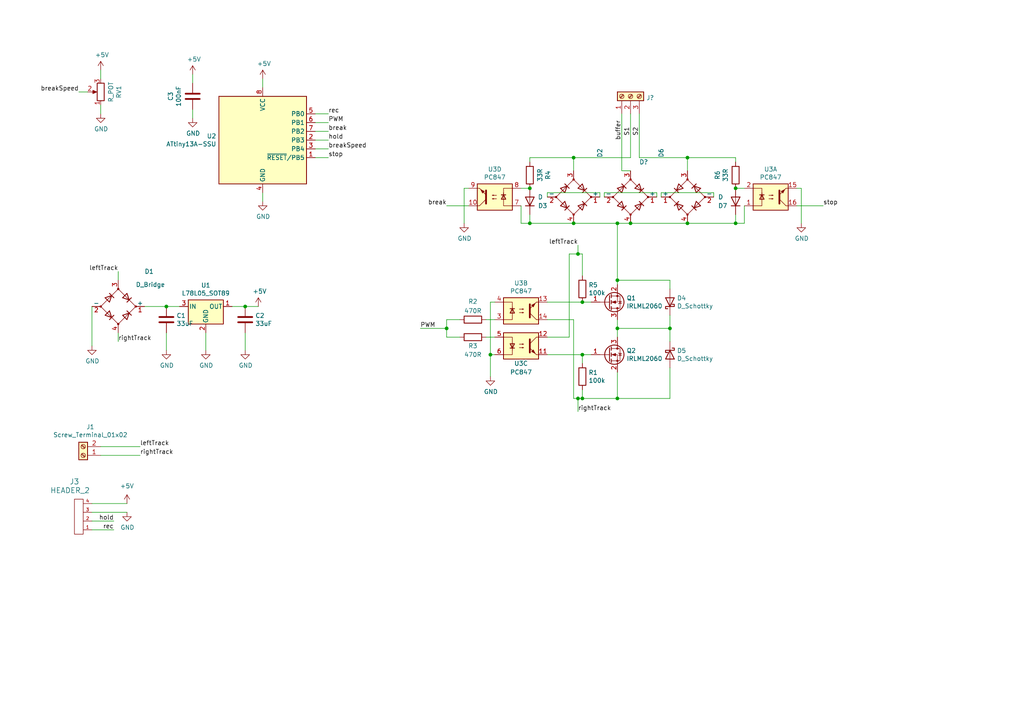
<source format=kicad_sch>
(kicad_sch (version 20211123) (generator eeschema)
  (paper "A4")
  (lib_symbols
    (symbol "Connector:Screw_Terminal_01x02" (pin_names (offset 1.016) hide)
      (property "Reference" "J" (at 0 2.54 0))
      (property "Value" "Screw_Terminal_01x02" (at 0 -5.08 0))
      (symbol "Screw_Terminal_01x02_1_1"
        (rectangle (start -1.27 1.27) (end 1.27 -3.81) (stroke (width 0.254)) (fill (type background)))
        (circle (center 0 -2.54) (radius 0.635) (stroke (width 0.1524)))
        (polyline (pts (xy -0.5334 -2.2098) (xy 0.3302 -3.048)) (stroke (width 0.1524)))
        (polyline (pts (xy -0.5334 0.3302) (xy 0.3302 -0.508)) (stroke (width 0.1524)))
        (polyline (pts (xy -0.3556 -2.032) (xy 0.508 -2.8702)) (stroke (width 0.1524)))
        (polyline (pts (xy -0.3556 0.508) (xy 0.508 -0.3302)) (stroke (width 0.1524)))
        (circle (center 0 0) (radius 0.635) (stroke (width 0.1524)))
        (pin passive line (at -5.08 0 0) (length 3.81) (name "Pin_1") (number "1"))
        (pin passive line (at -5.08 -2.54 0) (length 3.81) (name "Pin_2") (number "2"))
      )
    )
    (symbol "Connector:Screw_Terminal_01x03" (pin_names (offset 1.016) hide)
      (property "Reference" "J" (at 0 5.08 0))
      (property "Value" "Screw_Terminal_01x03" (at 0 -5.08 0))
      (symbol "Screw_Terminal_01x03_1_1"
        (rectangle (start -1.27 3.81) (end 1.27 -3.81) (stroke (width 0.254)) (fill (type background)))
        (circle (center 0 -2.54) (radius 0.635) (stroke (width 0.1524)))
        (polyline (pts (xy -0.5334 -2.2098) (xy 0.3302 -3.048)) (stroke (width 0.1524)))
        (polyline (pts (xy -0.5334 0.3302) (xy 0.3302 -0.508)) (stroke (width 0.1524)))
        (polyline (pts (xy -0.5334 2.8702) (xy 0.3302 2.032)) (stroke (width 0.1524)))
        (polyline (pts (xy -0.3556 -2.032) (xy 0.508 -2.8702)) (stroke (width 0.1524)))
        (polyline (pts (xy -0.3556 0.508) (xy 0.508 -0.3302)) (stroke (width 0.1524)))
        (polyline (pts (xy -0.3556 3.048) (xy 0.508 2.2098)) (stroke (width 0.1524)))
        (circle (center 0 0) (radius 0.635) (stroke (width 0.1524)))
        (circle (center 0 2.54) (radius 0.635) (stroke (width 0.1524)))
        (pin passive line (at -5.08 2.54 0) (length 3.81) (name "Pin_1") (number "1"))
        (pin passive line (at -5.08 0 0) (length 3.81) (name "Pin_2") (number "2"))
        (pin passive line (at -5.08 -2.54 0) (length 3.81) (name "Pin_3") (number "3"))
      )
    )
    (symbol "Device:C" (pin_numbers hide) (pin_names (offset 0.254))
      (property "Reference" "C" (at 0.635 2.54 0))
      (property "Value" "C" (at 0.635 -2.54 0))
      (symbol "C_0_1"
        (polyline (pts (xy -2.032 -0.762) (xy 2.032 -0.762)) (stroke (width 0.508)))
        (polyline (pts (xy -2.032 0.762) (xy 2.032 0.762)) (stroke (width 0.508)))
      )
      (symbol "C_1_1"
        (pin passive line (at 0 3.81 270) (length 2.794) (name "~") (number "1"))
        (pin passive line (at 0 -3.81 90) (length 2.794) (name "~") (number "2"))
      )
    )
    (symbol "Device:D" (pin_numbers hide) (pin_names (offset 1.016) hide)
      (property "Reference" "D" (at 0 2.54 0))
      (property "Value" "D" (at 0 -2.54 0))
      (symbol "D_0_1"
        (polyline (pts (xy -1.27 1.27) (xy -1.27 -1.27)) (stroke (width 0.254)))
        (polyline (pts (xy 1.27 0) (xy -1.27 0)))
        (polyline (pts (xy 1.27 1.27) (xy 1.27 -1.27) (xy -1.27 0) (xy 1.27 1.27)) (stroke (width 0.254)))
      )
      (symbol "D_1_1"
        (pin passive line (at -3.81 0 0) (length 2.54) (name "K") (number "1"))
        (pin passive line (at 3.81 0 180) (length 2.54) (name "A") (number "2"))
      )
    )
    (symbol "Device:D_Bridge_+-AA" (pin_names (offset 0))
      (property "Reference" "D" (at 2.54 6.985 0))
      (property "Value" "D_Bridge_+-AA" (at 2.54 5.08 0))
      (symbol "D_Bridge_+-AA_0_1"
        (circle (center -5.08 0) (radius 0.254) (fill (type outline)))
        (circle (center 0 -5.08) (radius 0.254) (fill (type outline)))
        (polyline (pts (xy -2.54 3.81) (xy -1.27 2.54)) (stroke (width 0.254)))
        (polyline (pts (xy -1.27 -2.54) (xy -2.54 -3.81)) (stroke (width 0.254)))
        (polyline (pts (xy 2.54 -1.27) (xy 3.81 -2.54)) (stroke (width 0.254)))
        (polyline (pts (xy 2.54 1.27) (xy 3.81 2.54)) (stroke (width 0.254)))
        (polyline (pts (xy -3.81 2.54) (xy -2.54 1.27) (xy -1.905 3.175) (xy -3.81 2.54)) (stroke (width 0.254)))
        (polyline (pts (xy -2.54 -1.27) (xy -3.81 -2.54) (xy -1.905 -3.175) (xy -2.54 -1.27)) (stroke (width 0.254)))
        (polyline (pts (xy 1.27 2.54) (xy 2.54 3.81) (xy 3.175 1.905) (xy 1.27 2.54)) (stroke (width 0.254)))
        (polyline (pts (xy 3.175 -1.905) (xy 1.27 -2.54) (xy 2.54 -3.81) (xy 3.175 -1.905)) (stroke (width 0.254)))
        (polyline (pts (xy -5.08 0) (xy 0 -5.08) (xy 5.08 0) (xy 0 5.08) (xy -5.08 0)))
        (circle (center 0 5.08) (radius 0.254) (fill (type outline)))
        (circle (center 5.08 0) (radius 0.254) (fill (type outline)))
      )
      (symbol "D_Bridge_+-AA_1_1"
        (pin passive line (at 7.62 0 180) (length 2.54) (name "+") (number "1"))
        (pin passive line (at -7.62 0 0) (length 2.54) (name "-") (number "2"))
        (pin passive line (at 0 7.62 270) (length 2.54) (name "~") (number "3"))
        (pin passive line (at 0 -7.62 90) (length 2.54) (name "~") (number "4"))
      )
    )
    (symbol "Device:D_Schottky" (pin_numbers hide) (pin_names (offset 1.016) hide)
      (property "Reference" "D" (at 0 2.54 0))
      (property "Value" "D_Schottky" (at 0 -2.54 0))
      (symbol "D_Schottky_0_1"
        (polyline (pts (xy 1.27 0) (xy -1.27 0)))
        (polyline (pts (xy 1.27 1.27) (xy 1.27 -1.27) (xy -1.27 0) (xy 1.27 1.27)) (stroke (width 0.254)))
        (polyline (pts (xy -1.905 0.635) (xy -1.905 1.27) (xy -1.27 1.27) (xy -1.27 -1.27) (xy -0.635 -1.27) (xy -0.635 -0.635)) (stroke (width 0.254)))
      )
      (symbol "D_Schottky_1_1"
        (pin passive line (at -3.81 0 0) (length 2.54) (name "K") (number "1"))
        (pin passive line (at 3.81 0 180) (length 2.54) (name "A") (number "2"))
      )
    )
    (symbol "Device:R" (pin_numbers hide) (pin_names (offset 0))
      (property "Reference" "R" (at 2.032 0 90))
      (property "Value" "R" (at 0 0 90))
      (symbol "R_0_1"
        (rectangle (start -1.016 -2.54) (end 1.016 2.54) (stroke (width 0.254)))
      )
      (symbol "R_1_1"
        (pin passive line (at 0 3.81 270) (length 1.27) (name "~") (number "1"))
        (pin passive line (at 0 -3.81 90) (length 1.27) (name "~") (number "2"))
      )
    )
    (symbol "Device:R_POT" (pin_names (offset 1.016) hide)
      (property "Reference" "RV" (at -4.445 0 90))
      (property "Value" "Device_R_POT" (at -2.54 0 90))
      (symbol "R_POT_0_1"
        (polyline (pts (xy 2.54 0) (xy 1.524 0)))
        (polyline (pts (xy 1.143 0) (xy 2.286 0.508) (xy 2.286 -0.508) (xy 1.143 0)) (fill (type outline)))
        (rectangle (start 1.016 2.54) (end -1.016 -2.54) (stroke (width 0.254)))
      )
      (symbol "R_POT_1_1"
        (pin passive line (at 0 3.81 270) (length 1.27) (name "1") (number "1"))
        (pin passive line (at 3.81 0 180) (length 1.27) (name "2") (number "2"))
        (pin passive line (at 0 -3.81 90) (length 1.27) (name "3") (number "3"))
      )
    )
    (symbol "Isolator:PC847" (pin_names (offset 1.016))
      (property "Reference" "U" (at -5.08 5.08 0))
      (property "Value" "PC847" (at 0 5.08 0))
      (symbol "PC847_0_1"
        (rectangle (start -5.08 3.81) (end 5.08 -3.81) (stroke (width 0.254)) (fill (type background)))
        (polyline (pts (xy -3.175 -0.635) (xy -1.905 -0.635)) (stroke (width 0.254)))
        (polyline (pts (xy 2.54 0.635) (xy 4.445 2.54)))
        (polyline (pts (xy 4.445 -2.54) (xy 2.54 -0.635)) (fill (type outline)))
        (polyline (pts (xy 4.445 -2.54) (xy 5.08 -2.54)))
        (polyline (pts (xy 4.445 2.54) (xy 5.08 2.54)))
        (polyline (pts (xy -2.54 -0.635) (xy -2.54 -2.54) (xy -5.08 -2.54)))
        (polyline (pts (xy 2.54 1.905) (xy 2.54 -1.905) (xy 2.54 -1.905)) (stroke (width 0.508)))
        (polyline (pts (xy -5.08 2.54) (xy -2.54 2.54) (xy -2.54 -1.27) (xy -2.54 0.635)))
        (polyline (pts (xy -2.54 -0.635) (xy -3.175 0.635) (xy -1.905 0.635) (xy -2.54 -0.635)) (stroke (width 0.254)))
        (polyline (pts (xy -0.508 -0.508) (xy 0.762 -0.508) (xy 0.381 -0.635) (xy 0.381 -0.381) (xy 0.762 -0.508)))
        (polyline (pts (xy -0.508 0.508) (xy 0.762 0.508) (xy 0.381 0.381) (xy 0.381 0.635) (xy 0.762 0.508)))
        (polyline (pts (xy 3.048 -1.651) (xy 3.556 -1.143) (xy 4.064 -2.159) (xy 3.048 -1.651) (xy 3.048 -1.651)) (fill (type outline)))
      )
      (symbol "PC847_1_1"
        (pin passive line (at -7.62 2.54 0) (length 2.54) (name "~") (number "1"))
        (pin passive line (at 7.62 -2.54 180) (length 2.54) (name "~") (number "15"))
        (pin passive line (at 7.62 2.54 180) (length 2.54) (name "~") (number "16"))
        (pin passive line (at -7.62 -2.54 0) (length 2.54) (name "~") (number "2"))
      )
      (symbol "PC847_2_1"
        (pin passive line (at 7.62 -2.54 180) (length 2.54) (name "~") (number "13"))
        (pin passive line (at 7.62 2.54 180) (length 2.54) (name "~") (number "14"))
        (pin passive line (at -7.62 2.54 0) (length 2.54) (name "~") (number "3"))
        (pin passive line (at -7.62 -2.54 0) (length 2.54) (name "~") (number "4"))
      )
      (symbol "PC847_3_1"
        (pin passive line (at 7.62 -2.54 180) (length 2.54) (name "~") (number "11"))
        (pin passive line (at 7.62 2.54 180) (length 2.54) (name "~") (number "12"))
        (pin passive line (at -7.62 2.54 0) (length 2.54) (name "~") (number "5"))
        (pin passive line (at -7.62 -2.54 0) (length 2.54) (name "~") (number "6"))
      )
      (symbol "PC847_4_1"
        (pin passive line (at 7.62 2.54 180) (length 2.54) (name "~") (number "10"))
        (pin passive line (at -7.62 2.54 0) (length 2.54) (name "~") (number "7"))
        (pin passive line (at -7.62 -2.54 0) (length 2.54) (name "~") (number "8"))
        (pin passive line (at 7.62 -2.54 180) (length 2.54) (name "~") (number "9"))
      )
    )
    (symbol "MCU_Microchip_ATtiny:ATtiny13A-SSU"
      (property "Reference" "U" (at -12.7 13.97 0))
      (property "Value" "MCU_Microchip_ATtiny_ATtiny13A-SSU" (at 2.54 -13.97 0))
      (symbol "ATtiny13A-SSU_0_1"
        (rectangle (start -12.7 -12.7) (end 12.7 12.7) (stroke (width 0.254)) (fill (type background)))
      )
      (symbol "ATtiny13A-SSU_1_1"
        (pin bidirectional line (at 15.24 -5.08 180) (length 2.54) (name "~{RESET}/PB5") (number "1"))
        (pin bidirectional line (at 15.24 0 180) (length 2.54) (name "PB3") (number "2"))
        (pin bidirectional line (at 15.24 -2.54 180) (length 2.54) (name "PB4") (number "3"))
        (pin power_in line (at 0 -15.24 90) (length 2.54) (name "GND") (number "4"))
        (pin bidirectional line (at 15.24 7.62 180) (length 2.54) (name "PB0") (number "5"))
        (pin bidirectional line (at 15.24 5.08 180) (length 2.54) (name "PB1") (number "6"))
        (pin bidirectional line (at 15.24 2.54 180) (length 2.54) (name "PB2") (number "7"))
        (pin power_in line (at 0 15.24 270) (length 2.54) (name "VCC") (number "8"))
      )
    )
    (symbol "Regulator_Linear:L78L05_SOT89" (pin_names (offset 0.254))
      (property "Reference" "U" (at -3.81 3.175 0))
      (property "Value" "L78L05_SOT89" (at -0.635 3.175 0))
      (symbol "L78L05_SOT89_0_1"
        (rectangle (start -5.08 1.905) (end 5.08 -5.08) (stroke (width 0.254)) (fill (type background)))
      )
      (symbol "L78L05_SOT89_1_1"
        (pin power_out line (at 7.62 0 180) (length 2.54) (name "OUT") (number "1"))
        (pin power_in line (at 0 -7.62 90) (length 2.54) (name "GND") (number "2"))
        (pin power_in line (at -7.62 0 0) (length 2.54) (name "IN") (number "3"))
      )
    )
    (symbol "Transistor_FET:IRLML2060" (pin_names hide)
      (property "Reference" "Q" (at 5.08 1.905 0))
      (property "Value" "IRLML2060" (at 5.08 0 0))
      (symbol "IRLML2060_0_1"
        (polyline (pts (xy 0.254 0) (xy -2.54 0)))
        (polyline (pts (xy 0.254 1.905) (xy 0.254 -1.905)) (stroke (width 0.254)))
        (polyline (pts (xy 0.762 -1.27) (xy 0.762 -2.286)) (stroke (width 0.254)))
        (polyline (pts (xy 0.762 0.508) (xy 0.762 -0.508)) (stroke (width 0.254)))
        (polyline (pts (xy 0.762 2.286) (xy 0.762 1.27)) (stroke (width 0.254)))
        (polyline (pts (xy 2.54 2.54) (xy 2.54 1.778)))
        (polyline (pts (xy 2.54 -2.54) (xy 2.54 0) (xy 0.762 0)))
        (polyline (pts (xy 0.762 -1.778) (xy 3.302 -1.778) (xy 3.302 1.778) (xy 0.762 1.778)))
        (polyline (pts (xy 1.016 0) (xy 2.032 0.381) (xy 2.032 -0.381) (xy 1.016 0)) (fill (type outline)))
        (polyline (pts (xy 2.794 0.508) (xy 2.921 0.381) (xy 3.683 0.381) (xy 3.81 0.254)))
        (polyline (pts (xy 3.302 0.381) (xy 2.921 -0.254) (xy 3.683 -0.254) (xy 3.302 0.381)))
        (circle (center 1.651 0) (radius 2.794) (stroke (width 0.254)))
        (circle (center 2.54 -1.778) (radius 0.254) (fill (type outline)))
        (circle (center 2.54 1.778) (radius 0.254) (fill (type outline)))
      )
      (symbol "IRLML2060_1_1"
        (pin input line (at -5.08 0 0) (length 2.54) (name "G") (number "1"))
        (pin passive line (at 2.54 -5.08 90) (length 2.54) (name "S") (number "2"))
        (pin passive line (at 2.54 5.08 270) (length 2.54) (name "D") (number "3"))
      )
    )
    (symbol "power:+5V" (power) (pin_names (offset 0))
      (property "Value" "+5V" (at 0 3.556 0))
      (symbol "+5V_0_1"
        (polyline (pts (xy -0.762 1.27) (xy 0 2.54)))
        (polyline (pts (xy 0 0) (xy 0 2.54)))
        (polyline (pts (xy 0 2.54) (xy 0.762 1.27)))
      )
      (symbol "+5V_1_1"
        (pin power_in line (at 0 0 90) (length 0) hide (name "+5V") (number "1"))
      )
    )
    (symbol "power:GND" (power) (pin_names (offset 0))
      (property "Value" "GND" (at 0 -3.81 0))
      (symbol "GND_0_1"
        (polyline (pts (xy 0 0) (xy 0 -1.27) (xy 1.27 -1.27) (xy 0 -2.54) (xy -1.27 -1.27) (xy 0 -1.27)))
      )
      (symbol "GND_1_1"
        (pin power_in line (at 0 0 270) (length 0) hide (name "GND") (number "1"))
      )
    )
    (symbol "w_connectors:HEADER_4" (pin_names (offset 0))
      (property "Reference" "J" (at 0 6.35 0))
      (property "Value" "w_connectors_HEADER_4" (at 0 -6.35 0))
      (symbol "HEADER_4_0_1"
        (rectangle (start 2.54 5.08) (end 0 -5.08))
      )
      (symbol "HEADER_4_1_1"
        (pin passive line (at -2.54 3.81 0) (length 2.54) (name "~") (number "1"))
        (pin passive line (at -2.54 1.27 0) (length 2.54) (name "~") (number "2"))
        (pin passive line (at -2.54 -1.27 0) (length 2.54) (name "~") (number "3"))
        (pin passive line (at -2.54 -3.81 0) (length 2.54) (name "~") (number "4"))
      )
    )
  )
  (junction (at 167.64 73.66))
  (junction (at 142.24 102.87))
  (junction (at 179.07 95.25))
  (junction (at 182.88 64.77))
  (junction (at 179.07 115.57))
  (junction (at 194.31 95.25))
  (junction (at 48.26 88.9))
  (junction (at 153.67 64.77))
  (junction (at 199.39 64.77))
  (junction (at 167.64 115.57))
  (junction (at 179.07 64.77))
  (junction (at 168.91 115.57))
  (junction (at 213.36 54.61))
  (junction (at 179.07 81.28))
  (junction (at 129.54 95.25))
  (junction (at 168.91 87.63))
  (junction (at 168.91 102.87))
  (junction (at 166.37 64.77))
  (junction (at 199.39 45.72))
  (junction (at 213.36 64.77))
  (junction (at 153.67 54.61))
  (junction (at 166.37 45.72))
  (junction (at 71.12 88.9))
  (wire (pts (xy 168.91 113.03) (xy 168.91 115.57)))
  (wire (pts (xy 207.01 57.15) (xy 207.01 55.88)))
  (wire (pts (xy 142.24 109.22) (xy 142.24 102.87)))
  (wire (pts (xy 179.07 92.71) (xy 179.07 95.25)))
  (wire (pts (xy 91.44 35.56) (xy 95.25 35.56)))
  (wire (pts (xy 213.36 54.61) (xy 215.9 54.61)))
  (wire (pts (xy 166.37 64.77) (xy 179.07 64.77)))
  (wire (pts (xy 179.07 115.57) (xy 194.31 115.57)))
  (wire (pts (xy 182.88 49.53) (xy 180.34 49.53)))
  (wire (pts (xy 167.64 73.66) (xy 168.91 73.66)))
  (wire (pts (xy 158.75 97.79) (xy 165.1 97.79)))
  (wire (pts (xy 26.67 153.67) (xy 33.02 153.67)))
  (wire (pts (xy 179.07 81.28) (xy 194.31 81.28)))
  (wire (pts (xy 142.24 102.87) (xy 143.51 102.87)))
  (wire (pts (xy 59.69 96.52) (xy 59.69 101.6)))
  (wire (pts (xy 48.26 88.9) (xy 41.91 88.9)))
  (wire (pts (xy 180.34 49.53) (xy 180.34 33.02)))
  (wire (pts (xy 168.91 73.66) (xy 168.91 80.01)))
  (wire (pts (xy 29.21 129.54) (xy 40.64 129.54)))
  (wire (pts (xy 34.29 99.06) (xy 34.29 96.52)))
  (wire (pts (xy 158.75 57.15) (xy 158.75 55.88)))
  (wire (pts (xy 91.44 40.64) (xy 95.25 40.64)))
  (wire (pts (xy 143.51 92.71) (xy 140.97 92.71)))
  (wire (pts (xy 165.1 73.66) (xy 167.64 73.66)))
  (wire (pts (xy 166.37 45.72) (xy 166.37 49.53)))
  (wire (pts (xy 67.31 88.9) (xy 71.12 88.9)))
  (wire (pts (xy 26.67 151.13) (xy 33.02 151.13)))
  (wire (pts (xy 166.37 115.57) (xy 167.64 115.57)))
  (wire (pts (xy 153.67 45.72) (xy 166.37 45.72)))
  (wire (pts (xy 134.62 54.61) (xy 135.89 54.61)))
  (wire (pts (xy 194.31 95.25) (xy 194.31 99.06)))
  (wire (pts (xy 166.37 45.72) (xy 182.88 45.72)))
  (wire (pts (xy 34.29 81.28) (xy 34.29 78.74)))
  (wire (pts (xy 40.64 132.08) (xy 29.21 132.08)))
  (wire (pts (xy 173.99 55.88) (xy 158.75 55.88)))
  (wire (pts (xy 179.07 81.28) (xy 179.07 82.55)))
  (wire (pts (xy 76.2 25.4) (xy 76.2 22.86)))
  (wire (pts (xy 171.45 102.87) (xy 168.91 102.87)))
  (wire (pts (xy 48.26 96.52) (xy 48.26 101.6)))
  (wire (pts (xy 185.42 45.72) (xy 199.39 45.72)))
  (wire (pts (xy 26.67 88.9) (xy 26.67 100.33)))
  (wire (pts (xy 168.91 115.57) (xy 179.07 115.57)))
  (wire (pts (xy 171.45 87.63) (xy 168.91 87.63)))
  (wire (pts (xy 215.9 59.69) (xy 215.9 64.77)))
  (wire (pts (xy 133.35 97.79) (xy 129.54 97.79)))
  (wire (pts (xy 168.91 102.87) (xy 168.91 105.41)))
  (wire (pts (xy 168.91 102.87) (xy 158.75 102.87)))
  (wire (pts (xy 55.88 24.13) (xy 55.88 21.59)))
  (wire (pts (xy 29.21 30.48) (xy 29.21 33.02)))
  (wire (pts (xy 182.88 64.77) (xy 199.39 64.77)))
  (wire (pts (xy 231.14 59.69) (xy 238.76 59.69)))
  (wire (pts (xy 191.77 55.88) (xy 207.01 55.88)))
  (wire (pts (xy 36.83 146.05) (xy 26.67 146.05)))
  (wire (pts (xy 194.31 106.68) (xy 194.31 115.57)))
  (wire (pts (xy 194.31 83.82) (xy 194.31 81.28)))
  (wire (pts (xy 232.41 54.61) (xy 231.14 54.61)))
  (wire (pts (xy 167.64 115.57) (xy 167.64 119.38)))
  (wire (pts (xy 191.77 57.15) (xy 191.77 55.88)))
  (wire (pts (xy 179.07 64.77) (xy 182.88 64.77)))
  (wire (pts (xy 129.54 95.25) (xy 121.92 95.25)))
  (wire (pts (xy 179.07 107.95) (xy 179.07 115.57)))
  (wire (pts (xy 153.67 64.77) (xy 151.13 64.77)))
  (wire (pts (xy 76.2 55.88) (xy 76.2 58.42)))
  (wire (pts (xy 52.07 88.9) (xy 48.26 88.9)))
  (wire (pts (xy 151.13 59.69) (xy 151.13 64.77)))
  (wire (pts (xy 179.07 95.25) (xy 179.07 97.79)))
  (wire (pts (xy 213.36 45.72) (xy 213.36 46.99)))
  (wire (pts (xy 179.07 64.77) (xy 179.07 81.28)))
  (wire (pts (xy 213.36 64.77) (xy 215.9 64.77)))
  (wire (pts (xy 153.67 45.72) (xy 153.67 46.99)))
  (wire (pts (xy 143.51 87.63) (xy 142.24 87.63)))
  (wire (pts (xy 167.64 73.66) (xy 167.64 71.12)))
  (wire (pts (xy 91.44 43.18) (xy 95.25 43.18)))
  (wire (pts (xy 91.44 33.02) (xy 95.25 33.02)))
  (wire (pts (xy 91.44 45.72) (xy 95.25 45.72)))
  (wire (pts (xy 153.67 64.77) (xy 166.37 64.77)))
  (wire (pts (xy 153.67 62.23) (xy 153.67 64.77)))
  (wire (pts (xy 199.39 64.77) (xy 213.36 64.77)))
  (wire (pts (xy 71.12 88.9) (xy 74.93 88.9)))
  (wire (pts (xy 182.88 33.02) (xy 182.88 45.72)))
  (wire (pts (xy 194.31 95.25) (xy 179.07 95.25)))
  (wire (pts (xy 199.39 45.72) (xy 213.36 45.72)))
  (wire (pts (xy 175.26 57.15) (xy 175.26 55.88)))
  (wire (pts (xy 142.24 87.63) (xy 142.24 102.87)))
  (wire (pts (xy 167.64 115.57) (xy 168.91 115.57)))
  (wire (pts (xy 173.99 57.15) (xy 173.99 55.88)))
  (wire (pts (xy 190.5 55.88) (xy 175.26 55.88)))
  (wire (pts (xy 129.54 92.71) (xy 133.35 92.71)))
  (wire (pts (xy 166.37 92.71) (xy 166.37 115.57)))
  (wire (pts (xy 55.88 34.29) (xy 55.88 31.75)))
  (wire (pts (xy 194.31 91.44) (xy 194.31 95.25)))
  (wire (pts (xy 190.5 57.15) (xy 190.5 55.88)))
  (wire (pts (xy 71.12 96.52) (xy 71.12 101.6)))
  (wire (pts (xy 158.75 92.71) (xy 166.37 92.71)))
  (wire (pts (xy 29.21 20.32) (xy 29.21 22.86)))
  (wire (pts (xy 129.54 95.25) (xy 129.54 92.71)))
  (wire (pts (xy 135.89 59.69) (xy 129.54 59.69)))
  (wire (pts (xy 185.42 45.72) (xy 185.42 33.02)))
  (wire (pts (xy 129.54 97.79) (xy 129.54 95.25)))
  (wire (pts (xy 26.67 148.59) (xy 36.83 148.59)))
  (wire (pts (xy 158.75 87.63) (xy 168.91 87.63)))
  (wire (pts (xy 213.36 62.23) (xy 213.36 64.77)))
  (wire (pts (xy 199.39 45.72) (xy 199.39 49.53)))
  (wire (pts (xy 134.62 54.61) (xy 134.62 64.77)))
  (wire (pts (xy 91.44 38.1) (xy 95.25 38.1)))
  (wire (pts (xy 165.1 97.79) (xy 165.1 73.66)))
  (wire (pts (xy 232.41 54.61) (xy 232.41 64.77)))
  (wire (pts (xy 25.4 26.67) (xy 22.86 26.67)))
  (wire (pts (xy 143.51 97.79) (xy 140.97 97.79)))
  (wire (pts (xy 153.67 54.61) (xy 151.13 54.61)))
  (label "rec" (at 33.02 153.67 180))
  (label "hold" (at 33.02 151.13 180))
  (label "rightTrack" (at 167.64 119.38 0))
  (label "leftTrack" (at 40.64 129.54 0))
  (label "PWM" (at 121.92 95.25 0))
  (label "hold" (at 95.25 40.64 0))
  (label "stop" (at 95.25 45.72 0))
  (label "stop" (at 238.76 59.69 0))
  (label "break" (at 95.25 38.1 0))
  (label "rightTrack" (at 34.29 99.06 0))
  (label "breakSpeed" (at 22.86 26.67 180))
  (label "PWM" (at 95.25 35.56 0))
  (label "S1" (at 182.88 39.37 90))
  (label "leftTrack" (at 167.64 71.12 180))
  (label "leftTrack" (at 34.29 78.74 180))
  (label "buffer" (at 180.34 40.64 90))
  (label "break" (at 129.54 59.69 180))
  (label "rec" (at 95.25 33.02 0))
  (label "S2" (at 185.42 39.37 90))
  (label "rightTrack" (at 40.64 132.08 0))
  (label "breakSpeed" (at 95.25 43.18 0))
  (symbol (lib_id "Device:D_Bridge_+-AA") (at 34.29 88.9 0) (unit 1)
    (property "Reference" "D1" (at 41.91 78.74 0) (effects (justify left)))
    (property "Value" "D_Bridge" (at 39.37 82.55 0) (effects (justify left)))
    (property "Footprint" "Package_TO_SOT_SMD:TO-269AA" (effects hide))
  )
  (symbol (lib_id "Device:R") (at 137.16 92.71 90) (unit 1)
    (property "Reference" "R2" (at 137.16 87.4522 90))
    (property "Value" "470R" (at 137.16 90.17 90))
    (property "Footprint" "Resistor_SMD:R_0805_2012Metric_Pad1.15x1.40mm_HandSolder" (effects hide))
  )
  (symbol (lib_id "Device:R") (at 137.16 97.79 90) (unit 1)
    (property "Reference" "R3" (at 137.16 100.33 90))
    (property "Value" "470R" (at 137.16 102.87 90))
    (property "Footprint" "Resistor_SMD:R_0805_2012Metric_Pad1.15x1.40mm_HandSolder" (effects hide))
  )
  (symbol (lib_id "Device:D") (at 153.67 58.42 90) (unit 1)
    (property "Reference" "D3" (at 158.75 59.69 90) (effects (justify left)))
    (property "Value" "D" (at 157.48 57.15 90) (effects (justify left)))
    (property "Footprint" "Diode_SMD:D_0805_2012Metric" (effects hide))
  )
  (symbol (lib_id "Device:R") (at 153.67 50.8 0) (mirror x) (unit 1)
    (property "Reference" "R4" (at 158.9278 50.8 90))
    (property "Value" "33R" (at 156.6164 50.8 90))
    (property "Footprint" "Resistor_SMD:R_0805_2012Metric_Pad1.15x1.40mm_HandSolder" (effects hide))
  )
  (symbol (lib_id "Device:R_POT") (at 29.21 26.67 180) (unit 1)
    (property "Reference" "RV1" (at 34.4678 26.67 90))
    (property "Value" "R_POT" (at 32.1564 26.67 90))
    (property "Footprint" "Potentiometer_SMD:Potentiometer_Bourns_TC33X_Vertical" (effects hide))
  )
  (symbol (lib_id "power:+5V") (at 29.21 20.32 0) (unit 1)
    (property "Reference" "#PWR0102" (effects hide))
    (property "Value" "+5V" (at 29.591 15.9258 0))
  )
  (symbol (lib_id "power:GND") (at 29.21 33.02 0) (unit 1)
    (property "Reference" "#PWR0103" (effects hide))
    (property "Value" "GND" (at 29.337 37.4142 0))
  )
  (symbol (lib_id "power:+5V") (at 76.2 22.86 0) (unit 1)
    (property "Reference" "#PWR0104" (effects hide))
    (property "Value" "+5V" (at 76.581 18.4658 0))
  )
  (symbol (lib_id "Device:C") (at 48.26 92.71 0) (unit 1)
    (property "Reference" "C1" (at 51.181 91.5416 0) (effects (justify left)))
    (property "Value" "33uF" (at 51.181 93.853 0) (effects (justify left)))
    (property "Footprint" "Capacitor_SMD:C_Elec_5x5.4" (effects hide))
  )
  (symbol (lib_id "Device:C") (at 71.12 92.71 0) (unit 1)
    (property "Reference" "C2" (at 74.041 91.5416 0) (effects (justify left)))
    (property "Value" "33uF" (at 74.041 93.853 0) (effects (justify left)))
    (property "Footprint" "Capacitor_SMD:C_Elec_5x5.4" (effects hide))
  )
  (symbol (lib_id "Transistor_FET:IRLML2060") (at 176.53 87.63 0) (mirror x) (unit 1)
    (property "Reference" "Q1" (at 181.7116 86.4616 0) (effects (justify left)))
    (property "Value" "IRLML2060" (at 181.7116 88.773 0) (effects (justify left)))
    (property "Footprint" "Package_TO_SOT_SMD:SOT-23" (effects hide))
    (property "Datasheet" "https://www.infineon.com/dgdl/irlml2060pbf.pdf?fileId=5546d462533600a401535664b7fb25ee" (effects hide))
  )
  (symbol (lib_id "Device:R") (at 168.91 83.82 0) (unit 1)
    (property "Reference" "R5" (at 170.688 82.6516 0) (effects (justify left)))
    (property "Value" "100k" (at 170.688 84.963 0) (effects (justify left)))
    (property "Footprint" "Resistor_SMD:R_0805_2012Metric_Pad1.15x1.40mm_HandSolder" (effects hide))
  )
  (symbol (lib_id "Transistor_FET:IRLML2060") (at 176.53 102.87 0) (unit 1)
    (property "Reference" "Q2" (at 181.7116 101.7016 0) (effects (justify left)))
    (property "Value" "IRLML2060" (at 181.7116 104.013 0) (effects (justify left)))
    (property "Footprint" "Package_TO_SOT_SMD:SOT-23" (effects hide))
    (property "Datasheet" "https://www.infineon.com/dgdl/irlml2060pbf.pdf?fileId=5546d462533600a401535664b7fb25ee" (effects hide))
  )
  (symbol (lib_id "w_connectors:HEADER_4") (at 24.13 149.86 180) (unit 1)
    (property "Reference" "J3" (at 21.59 139.7 0) (effects (font (size 1.524 1.524))))
    (property "Value" "HEADER_2" (at 20.32 142.24 0) (effects (font (size 1.524 1.524))))
    (property "Footprint" "Connector_PinHeader_2.54mm:PinHeader_1x04_P2.54mm_Horizontal" (effects hide))
  )
  (symbol (lib_id "Device:D_Schottky") (at 194.31 87.63 90) (unit 1)
    (property "Reference" "D4" (at 196.342 86.4616 90) (effects (justify right)))
    (property "Value" "D_Schottky" (at 196.342 88.773 90) (effects (justify right)))
    (property "Footprint" "Diode_SMD:D_0805_2012Metric" (effects hide))
  )
  (symbol (lib_id "Device:D_Schottky") (at 194.31 102.87 270) (unit 1)
    (property "Reference" "D5" (at 196.342 101.7016 90) (effects (justify left)))
    (property "Value" "D_Schottky" (at 196.342 104.013 90) (effects (justify left)))
    (property "Footprint" "Diode_SMD:D_0805_2012Metric" (effects hide))
  )
  (symbol (lib_id "Connector:Screw_Terminal_01x02") (at 24.13 132.08 180) (unit 1)
    (property "Reference" "J1" (at 26.2128 123.825 0))
    (property "Value" "Screw_Terminal_01x02" (at 26.2128 126.1364 0))
    (property "Footprint" "TerminalBlock:TerminalBlock_bornier-2_P5.08mm" (effects hide))
  )
  (symbol (lib_id "MCU_Microchip_ATtiny:ATtiny13A-SSU") (at 76.2 40.64 0) (unit 1)
    (property "Reference" "U2" (at 62.738 39.4716 0) (effects (justify right)))
    (property "Value" "ATtiny13A-SSU" (at 62.738 41.783 0) (effects (justify right)))
    (property "Footprint" "Package_SO:SOIC-8_3.9x4.9mm_P1.27mm" (effects hide))
    (property "Datasheet" "http://ww1.microchip.com/downloads/en/DeviceDoc/doc8126.pdf" (effects hide))
  )
  (symbol (lib_id "Device:C") (at 55.88 27.94 180) (unit 1)
    (property "Reference" "C3" (at 49.4792 27.94 90))
    (property "Value" "100nF" (at 51.7906 27.94 90))
    (property "Footprint" "Capacitor_SMD:C_0805_2012Metric" (effects hide))
  )
  (symbol (lib_id "power:+5V") (at 36.83 146.05 0) (unit 1)
    (property "Reference" "#PWR0105" (effects hide))
    (property "Value" "+5V" (at 36.83 140.97 0))
  )
  (symbol (lib_id "Regulator_Linear:L78L05_SOT89") (at 59.69 88.9 0) (unit 1)
    (property "Reference" "U1" (at 59.69 82.7532 0))
    (property "Value" "L78L05_SOT89" (at 59.69 85.0646 0))
    (property "Footprint" "Package_TO_SOT_SMD:SOT-89-3" (effects hide))
    (property "Datasheet" "http://www.st.com/content/ccc/resource/technical/document/datasheet/15/55/e5/aa/23/5b/43/fd/CD00000446.pdf/files/CD00000446.pdf/jcr:content/translations/en.CD00000446.pdf" (effects hide))
  )
  (symbol (lib_id "Isolator:PC847") (at 151.13 90.17 0) (mirror x) (unit 2)
    (property "Reference" "U3" (at 151.13 82.1182 0))
    (property "Value" "PC847" (at 151.13 84.4296 0))
    (property "Footprint" "Package_DIP:DIP-16_W7.62mm_SMDSocket_SmallPads" (effects hide))
    (property "Datasheet" "http://www.soselectronic.cz/a_info/resource/d/pc817.pdf" (effects hide))
  )
  (symbol (lib_id "Isolator:PC847") (at 151.13 100.33 0) (unit 3)
    (property "Reference" "U3" (at 151.13 105.41 0))
    (property "Value" "PC847" (at 151.13 107.95 0))
    (property "Footprint" "Package_DIP:DIP-16_W7.62mm_SMDSocket_SmallPads" (effects hide))
    (property "Datasheet" "http://www.soselectronic.cz/a_info/resource/d/pc817.pdf" (effects hide))
  )
  (symbol (lib_id "Isolator:PC847") (at 143.51 57.15 180) (unit 4)
    (property "Reference" "U3" (at 143.51 49.0982 0))
    (property "Value" "PC847" (at 143.51 51.4096 0))
    (property "Footprint" "Package_DIP:DIP-16_W7.62mm_SMDSocket_SmallPads" (effects hide))
    (property "Datasheet" "http://www.soselectronic.cz/a_info/resource/d/pc817.pdf" (effects hide))
  )
  (symbol (lib_id "Isolator:PC847") (at 223.52 57.15 0) (mirror x) (unit 1)
    (property "Reference" "U3" (at 223.52 49.0982 0))
    (property "Value" "PC847" (at 223.52 51.4096 0))
    (property "Footprint" "Package_DIP:DIP-16_W7.62mm_SMDSocket_SmallPads" (effects hide))
    (property "Datasheet" "http://www.soselectronic.cz/a_info/resource/d/pc817.pdf" (effects hide))
  )
  (symbol (lib_id "Device:D_Bridge_+-AA") (at 166.37 57.15 0) (unit 1)
    (property "Reference" "D2" (at 173.99 45.72 90) (effects (justify left)))
    (property "Value" "D_Bridge_+-AA" (effects hide))
    (property "Footprint" "Package_TO_SOT_SMD:TO-269AA" (effects hide))
  )
  (symbol (lib_id "Device:D") (at 213.36 58.42 270) (mirror x) (unit 1)
    (property "Reference" "D7" (at 208.28 59.69 90) (effects (justify left)))
    (property "Value" "D" (at 208.28 57.15 90) (effects (justify left)))
    (property "Footprint" "Diode_SMD:D_0805_2012Metric" (effects hide))
  )
  (symbol (lib_id "Device:R") (at 213.36 50.8 180) (unit 1)
    (property "Reference" "R6" (at 208.1022 50.8 90))
    (property "Value" "33R" (at 210.4136 50.8 90))
    (property "Footprint" "Resistor_SMD:R_0805_2012Metric_Pad1.15x1.40mm_HandSolder" (effects hide))
  )
  (symbol (lib_id "Device:D_Bridge_+-AA") (at 199.39 57.15 0) (mirror y) (unit 1)
    (property "Reference" "D6" (at 191.77 45.72 90) (effects (justify left)))
    (property "Value" "D_Bridge_+-AA" (effects hide))
    (property "Footprint" "Package_TO_SOT_SMD:TO-269AA" (effects hide))
  )
  (symbol (lib_id "Device:R") (at 168.91 109.22 0) (unit 1)
    (property "Reference" "R1" (at 170.688 108.0516 0) (effects (justify left)))
    (property "Value" "100k" (at 170.688 110.363 0) (effects (justify left)))
    (property "Footprint" "Resistor_SMD:R_0805_2012Metric_Pad1.15x1.40mm_HandSolder" (effects hide))
  )
  (symbol (lib_id "power:GND") (at 232.41 64.77 0) (unit 1)
    (property "Reference" "#PWR0101" (effects hide))
    (property "Value" "GND" (at 232.537 69.1642 0))
  )
  (symbol (lib_id "power:GND") (at 76.2 58.42 0) (unit 1)
    (property "Reference" "#PWR0106" (effects hide))
    (property "Value" "GND" (at 76.327 62.8142 0))
  )
  (symbol (lib_id "power:GND") (at 55.88 34.29 0) (unit 1)
    (property "Reference" "#PWR0107" (effects hide))
    (property "Value" "GND" (at 56.007 38.6842 0))
  )
  (symbol (lib_id "power:+5V") (at 55.88 21.59 0) (unit 1)
    (property "Reference" "#PWR0108" (effects hide))
    (property "Value" "+5V" (at 56.261 17.1958 0))
  )
  (symbol (lib_id "power:+5V") (at 74.93 88.9 0) (unit 1)
    (property "Reference" "#PWR0109" (effects hide))
    (property "Value" "+5V" (at 75.311 84.5058 0))
  )
  (symbol (lib_id "power:GND") (at 71.12 101.6 0) (unit 1)
    (property "Reference" "#PWR0110" (effects hide))
    (property "Value" "GND" (at 71.247 105.9942 0))
  )
  (symbol (lib_id "power:GND") (at 59.69 101.6 0) (unit 1)
    (property "Reference" "#PWR0111" (effects hide))
    (property "Value" "GND" (at 59.817 105.9942 0))
  )
  (symbol (lib_id "power:GND") (at 48.26 101.6 0) (unit 1)
    (property "Reference" "#PWR0112" (effects hide))
    (property "Value" "GND" (at 48.387 105.9942 0))
  )
  (symbol (lib_id "power:GND") (at 26.67 100.33 0) (unit 1)
    (property "Reference" "#PWR0113" (effects hide))
    (property "Value" "GND" (at 26.797 104.7242 0))
  )
  (symbol (lib_id "power:GND") (at 36.83 148.59 0) (unit 1)
    (property "Reference" "#PWR0114" (effects hide))
    (property "Value" "GND" (at 36.957 152.9842 0))
  )
  (symbol (lib_id "power:GND") (at 142.24 109.22 0) (unit 1)
    (property "Reference" "#PWR0115" (effects hide))
    (property "Value" "GND" (at 142.367 113.6142 0))
  )
  (symbol (lib_id "power:GND") (at 134.62 64.77 0) (unit 1)
    (property "Reference" "#PWR0116" (effects hide))
    (property "Value" "GND" (at 134.747 69.1642 0))
  )
  (symbol (lib_id "Device:D_Bridge_+-AA") (at 182.88 57.15 0) (unit 1)
    (property "Reference" "D?" (at 185.42 46.99 0) (effects (justify left)))
    (property "Value" "D_Bridge_+-AA" (effects hide))
    (property "Footprint" "Package_TO_SOT_SMD:TO-269AA" (effects hide))
  )
  (symbol (lib_id "Connector:Screw_Terminal_01x03") (at 182.88 27.94 90) (unit 1)
    (property "Reference" "J?" (at 187.452 28.3738 90) (effects (justify right)))
    (property "Value" "Screw_Terminal_01x03" (effects hide))
  )
)
</source>
